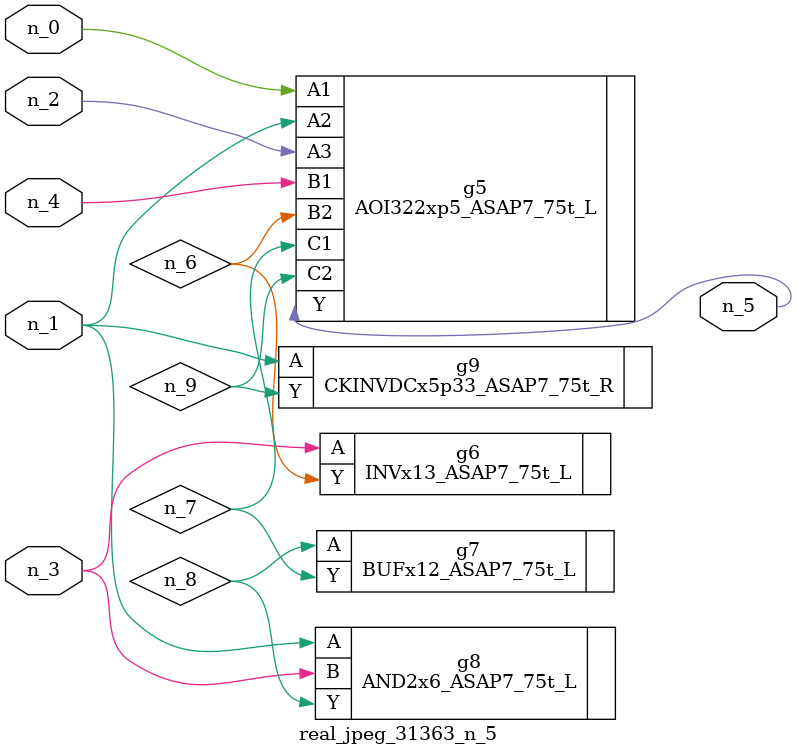
<source format=v>
module real_jpeg_31363_n_5 (n_4, n_0, n_1, n_2, n_3, n_5);

input n_4;
input n_0;
input n_1;
input n_2;
input n_3;

output n_5;

wire n_8;
wire n_6;
wire n_7;
wire n_9;

AOI322xp5_ASAP7_75t_L g5 ( 
.A1(n_0),
.A2(n_1),
.A3(n_2),
.B1(n_4),
.B2(n_6),
.C1(n_7),
.C2(n_9),
.Y(n_5)
);

AND2x6_ASAP7_75t_L g8 ( 
.A(n_1),
.B(n_3),
.Y(n_8)
);

CKINVDCx5p33_ASAP7_75t_R g9 ( 
.A(n_1),
.Y(n_9)
);

INVx13_ASAP7_75t_L g6 ( 
.A(n_3),
.Y(n_6)
);

BUFx12_ASAP7_75t_L g7 ( 
.A(n_8),
.Y(n_7)
);


endmodule
</source>
